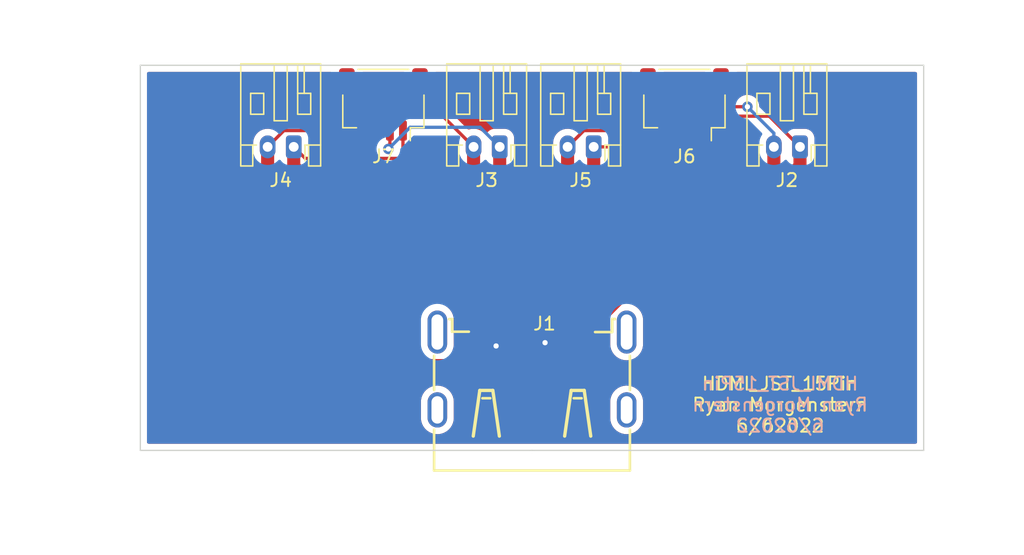
<source format=kicad_pcb>
(kicad_pcb (version 20211014) (generator pcbnew)
  (layers (0 "F.Cu" signal) (31 "B.Cu" signal) (34 "B.Paste" user) (35 "F.Paste" user) (36 "B.SilkS" user "B.Silkscreen") (37 "F.SilkS" user "F.Silkscreen") (38 "B.Mask" user) (39 "F.Mask" user) (44 "Edge.Cuts" user))
  (net 0 "")
  (net 1 "Net-(J1-Pad1)")
  (net 2 "GND")
  (net 3 "Net-(J1-Pad3)")
  (net 4 "Net-(J1-Pad4)")
  (net 5 "Net-(J1-Pad6)")
  (net 6 "Net-(J1-Pad7)")
  (net 7 "Net-(J1-Pad9)")
  (net 8 "Net-(J1-Pad10)")
  (net 9 "Net-(J1-Pad12)")
  (footprint "Connector_JST:JST_PH_S2B-PH-K_1x02_P2.00mm_Horizontal" (layer "F.Cu") (at -2.474 -16.75 180)
    (fp_text reference "J3" (at 1 -2.55) (layer "F.SilkS"))
    (fp_text value "Conn_01x02")
    (fp_line (start -1.14 -1.46) (end -2.06 -1.46) (layer "F.SilkS") (width 0.12))
    (fp_line (start -0.3 2.5) (end -1.3 2.5) (layer "F.SilkS") (width 0.12))
    (fp_line (start 4.06 6.36) (end 4.06 -1.46) (layer "F.SilkS") (width 0.12))
    (fp_line (start -0.86 0.14) (end -1.14 0.14) (layer "F.SilkS") (width 0.12))
    (fp_line (start 2.3 2.5) (end 3.3 2.5) (layer "F.SilkS") (width 0.12))
    (fp_line (start -0.86 0.14) (end -0.86 -1.075) (layer "F.SilkS") (width 0.12))
    (fp_line (start 1.5 2) (end 1.5 6.36) (layer "F.SilkS") (width 0.12))
    (fp_line (start 3.3 4.1) (end 2.3 4.1) (layer "F.SilkS") (width 0.12))
    (fp_line (start 0.5 2) (end 1.5 2) (layer "F.SilkS") (width 0.12))
    (fp_line (start -0.3 4.1) (end -0.3 2.5) (layer "F.SilkS") (width 0.12))
    (fp_line (start 2.3 4.1) (end 2.3 2.5) (layer "F.SilkS") (width 0.12))
    (fp_line (start -1.3 2.5) (end -1.3 4.1) (layer "F.SilkS") (width 0.12))
    (fp_line (start -1.14 0.14) (end -1.14 -1.46) (layer "F.SilkS") (width 0.12))
    (fp_line (start -2.06 0.14) (end -1.14 0.14) (layer "F.SilkS") (width 0.12))
    (fp_line (start 3.14 -1.46) (end 3.14 0.14) (layer "F.SilkS") (width 0.12))
    (fp_line (start 3.3 2.5) (end 3.3 4.1) (layer "F.SilkS") (width 0.12))
    (fp_line (start 3.14 0.14) (end 2.86 0.14) (layer "F.SilkS") (width 0.12))
    (fp_line (start -1.3 4.1) (end -0.3 4.1) (layer "F.SilkS") (width 0.12))
    (fp_line (start 4.06 0.14) (end 3.14 0.14) (layer "F.SilkS") (width 0.12))
    (fp_line (start -0.8 4.1) (end -0.8 6.36) (layer "F.SilkS") (width 0.12))
    (fp_line (start -2.06 6.36) (end 4.06 6.36) (layer "F.SilkS") (width 0.12))
    (fp_line (start -0.3 4.1) (end -0.3 6.36) (layer "F.SilkS") (width 0.12))
    (fp_line (start -2.06 -1.46) (end -2.06 6.36) (layer "F.SilkS") (width 0.12))
    (fp_line (start 0.5 6.36) (end 0.5 2) (layer "F.SilkS") (width 0.12))
    (fp_line (start 4.06 -1.46) (end 3.14 -1.46) (layer "F.SilkS") (width 0.12))
    (pad "1" thru_hole roundrect (at 0 0 180) (size 1.2 1.75) (drill 0.75) (layers *.Cu *.Mask) (roundrect_rratio 0.2083333333) (net 6 "Net-(J1-Pad7)"))
    (pad "2" thru_hole oval (at 2 0 180) (size 1.2 1.75) (drill 0.75) (layers *.Cu *.Mask) (net 7 "Net-(J1-Pad9)"))
  )
  (footprint "Connector_JST:JST_PH_S2B-PH-K_1x02_P2.00mm_Horizontal" (layer "F.Cu") (at 4.726 -16.75 180)
    (fp_text reference "J5" (at 1 -2.55) (layer "F.SilkS"))
    (fp_text value "Conn_01x02")
    (fp_line (start 4.06 6.36) (end 4.06 -1.46) (layer "F.SilkS") (width 0.12))
    (fp_line (start 3.3 2.5) (end 3.3 4.1) (layer "F.SilkS") (width 0.12))
    (fp_line (start -1.14 0.14) (end -1.14 -1.46) (layer "F.SilkS") (width 0.12))
    (fp_line (start 0.5 6.36) (end 0.5 2) (layer "F.SilkS") (width 0.12))
    (fp_line (start -2.06 6.36) (end 4.06 6.36) (layer "F.SilkS") (width 0.12))
    (fp_line (start 2.3 2.5) (end 3.3 2.5) (layer "F.SilkS") (width 0.12))
    (fp_line (start -1.3 2.5) (end -1.3 4.1) (layer "F.SilkS") (width 0.12))
    (fp_line (start 4.06 0.14) (end 3.14 0.14) (layer "F.SilkS") (width 0.12))
    (fp_line (start 3.3 4.1) (end 2.3 4.1) (layer "F.SilkS") (width 0.12))
    (fp_line (start -0.3 2.5) (end -1.3 2.5) (layer "F.SilkS") (width 0.12))
    (fp_line (start -0.86 0.14) (end -0.86 -1.075) (layer "F.SilkS") (width 0.12))
    (fp_line (start -0.8 4.1) (end -0.8 6.36) (layer "F.SilkS") (width 0.12))
    (fp_line (start -0.3 4.1) (end -0.3 6.36) (layer "F.SilkS") (width 0.12))
    (fp_line (start -0.86 0.14) (end -1.14 0.14) (layer "F.SilkS") (width 0.12))
    (fp_line (start 0.5 2) (end 1.5 2) (layer "F.SilkS") (width 0.12))
    (fp_line (start -1.3 4.1) (end -0.3 4.1) (layer "F.SilkS") (width 0.12))
    (fp_line (start -2.06 -1.46) (end -2.06 6.36) (layer "F.SilkS") (width 0.12))
    (fp_line (start 3.14 0.14) (end 2.86 0.14) (layer "F.SilkS") (width 0.12))
    (fp_line (start 3.14 -1.46) (end 3.14 0.14) (layer "F.SilkS") (width 0.12))
    (fp_line (start -0.3 4.1) (end -0.3 2.5) (layer "F.SilkS") (width 0.12))
    (fp_line (start -2.06 0.14) (end -1.14 0.14) (layer "F.SilkS") (width 0.12))
    (fp_line (start 4.06 -1.46) (end 3.14 -1.46) (layer "F.SilkS") (width 0.12))
    (fp_line (start 2.3 4.1) (end 2.3 2.5) (layer "F.SilkS") (width 0.12))
    (fp_line (start -1.14 -1.46) (end -2.06 -1.46) (layer "F.SilkS") (width 0.12))
    (fp_line (start 1.5 2) (end 1.5 6.36) (layer "F.SilkS") (width 0.12))
    (pad "1" thru_hole roundrect (at 0 0 180) (size 1.2 1.75) (drill 0.75) (layers *.Cu *.Mask) (roundrect_rratio 0.2083333333) (net 4 "Net-(J1-Pad4)"))
    (pad "2" thru_hole oval (at 2 0 180) (size 1.2 1.75) (drill 0.75) (layers *.Cu *.Mask) (net 5 "Net-(J1-Pad6)"))
  )
  (footprint "Connector_JST:JST_SH_SM04B-SRSS-TB_1x04-1MP_P1.00mm_Horizontal" (layer "F.Cu") (at 11.676 -20 180)
    (fp_text reference "J6" (at 0 -3.98) (layer "F.SilkS"))
    (fp_text value "Conn_01x04")
    (fp_line (start -2.06 -1.785) (end -2.06 -2.775) (layer "F.SilkS") (width 0.12))
    (fp_line (start -3.11 0.715) (end -3.11 -1.785) (layer "F.SilkS") (width 0.12))
    (fp_line (start -3.11 -1.785) (end -2.06 -1.785) (layer "F.SilkS") (width 0.12))
    (fp_line (start -1.94 2.685) (end 1.94 2.685) (layer "F.SilkS") (width 0.12))
    (fp_line (start 3.11 -1.785) (end 2.06 -1.785) (layer "F.SilkS") (width 0.12))
    (fp_line (start 3.11 0.715) (end 3.11 -1.785) (layer "F.SilkS") (width 0.12))
    (pad "1" smd roundrect (at -1.5 -2 180) (size 0.6 1.55) (layers "F.Cu" "F.Paste" "F.Mask") (net 4 "Net-(J1-Pad4)"))
    (pad "2" smd roundrect (at -0.5 -2 180) (size 0.6 1.55) (layers "F.Cu" "F.Paste" "F.Mask") (net 1 "Net-(J1-Pad1)"))
    (pad "3" smd roundrect (at 0.5 -2 180) (size 0.6 1.55) (layers "F.Cu" "F.Paste" "F.Mask") (net 3 "Net-(J1-Pad3)"))
    (pad "4" smd roundrect (at 1.5 -2 180) (size 0.6 1.55) (layers "F.Cu" "F.Paste" "F.Mask") (net 5 "Net-(J1-Pad6)"))
    (pad "MP" smd roundrect (at -2.8 1.875 180) (size 1.2 1.8) (layers "F.Cu" "F.Paste" "F.Mask") (roundrect_rratio 0.2083333333))
    (pad "MP" smd roundrect (at 2.8 1.875 180) (size 1.2 1.8) (layers "F.Cu" "F.Paste" "F.Mask") (roundrect_rratio 0.2083333333))
  )
  (footprint "Connector_JST:JST_PH_S2B-PH-K_1x02_P2.00mm_Horizontal" (layer "F.Cu") (at -18.25 -16.75 180)
    (fp_text reference "J4" (at 1 -2.55) (layer "F.SilkS"))
    (fp_text value "Conn_01x02")
    (fp_line (start -2.06 0.14) (end -1.14 0.14) (layer "F.SilkS") (width 0.12))
    (fp_line (start -0.86 0.14) (end -1.14 0.14) (layer "F.SilkS") (width 0.12))
    (fp_line (start 0.5 2) (end 1.5 2) (layer "F.SilkS") (width 0.12))
    (fp_line (start 2.3 2.5) (end 3.3 2.5) (layer "F.SilkS") (width 0.12))
    (fp_line (start -1.14 -1.46) (end -2.06 -1.46) (layer "F.SilkS") (width 0.12))
    (fp_line (start 4.06 6.36) (end 4.06 -1.46) (layer "F.SilkS") (width 0.12))
    (fp_line (start 4.06 -1.46) (end 3.14 -1.46) (layer "F.SilkS") (width 0.12))
    (fp_line (start 3.3 4.1) (end 2.3 4.1) (layer "F.SilkS") (width 0.12))
    (fp_line (start -1.3 4.1) (end -0.3 4.1) (layer "F.SilkS") (width 0.12))
    (fp_line (start 0.5 6.36) (end 0.5 2) (layer "F.SilkS") (width 0.12))
    (fp_line (start -0.3 4.1) (end -0.3 6.36) (layer "F.SilkS") (width 0.12))
    (fp_line (start 3.3 2.5) (end 3.3 4.1) (layer "F.SilkS") (width 0.12))
    (fp_line (start -0.3 4.1) (end -0.3 2.5) (layer "F.SilkS") (width 0.12))
    (fp_line (start 3.14 -1.46) (end 3.14 0.14) (layer "F.SilkS") (width 0.12))
    (fp_line (start 2.3 4.1) (end 2.3 2.5) (layer "F.SilkS") (width 0.12))
    (fp_line (start -1.14 0.14) (end -1.14 -1.46) (layer "F.SilkS") (width 0.12))
    (fp_line (start -0.3 2.5) (end -1.3 2.5) (layer "F.SilkS") (width 0.12))
    (fp_line (start -2.06 6.36) (end 4.06 6.36) (layer "F.SilkS") (width 0.12))
    (fp_line (start -0.8 4.1) (end -0.8 6.36) (layer "F.SilkS") (width 0.12))
    (fp_line (start 4.06 0.14) (end 3.14 0.14) (layer "F.SilkS") (width 0.12))
    (fp_line (start -0.86 0.14) (end -0.86 -1.075) (layer "F.SilkS") (width 0.12))
    (fp_line (start -1.3 2.5) (end -1.3 4.1) (layer "F.SilkS") (width 0.12))
    (fp_line (start -2.06 -1.46) (end -2.06 6.36) (layer "F.SilkS") (width 0.12))
    (fp_line (start 3.14 0.14) (end 2.86 0.14) (layer "F.SilkS") (width 0.12))
    (fp_line (start 1.5 2) (end 1.5 6.36) (layer "F.SilkS") (width 0.12))
    (pad "1" thru_hole roundrect (at 0 0 180) (size 1.2 1.75) (drill 0.75) (layers *.Cu *.Mask) (roundrect_rratio 0.2083333333) (net 8 "Net-(J1-Pad10)"))
    (pad "2" thru_hole oval (at 2 0 180) (size 1.2 1.75) (drill 0.75) (layers *.Cu *.Mask) (net 9 "Net-(J1-Pad12)"))
  )
  (footprint "Connector_JST:JST_SH_SM04B-SRSS-TB_1x04-1MP_P1.00mm_Horizontal" (layer "F.Cu") (at -11.384 -20 180)
    (fp_text reference "J7" (at 0 -3.98) (layer "F.SilkS"))
    (fp_text value "Conn_01x04")
    (fp_line (start 3.11 -1.785) (end 2.06 -1.785) (layer "F.SilkS") (width 0.12))
    (fp_line (start -2.06 -1.785) (end -2.06 -2.775) (layer "F.SilkS") (width 0.12))
    (fp_line (start -3.11 -1.785) (end -2.06 -1.785) (layer "F.SilkS") (width 0.12))
    (fp_line (start -1.94 2.685) (end 1.94 2.685) (layer "F.SilkS") (width 0.12))
    (fp_line (start -3.11 0.715) (end -3.11 -1.785) (layer "F.SilkS") (width 0.12))
    (fp_line (start 3.11 0.715) (end 3.11 -1.785) (layer "F.SilkS") (width 0.12))
    (pad "1" smd roundrect (at -1.5 -2 180) (size 0.6 1.55) (layers "F.Cu" "F.Paste" "F.Mask") (net 8 "Net-(J1-Pad10)"))
    (pad "2" smd roundrect (at -0.5 -2 180) (size 0.6 1.55) (layers "F.Cu" "F.Paste" "F.Mask") (net 6 "Net-(J1-Pad7)"))
    (pad "3" smd roundrect (at 0.5 -2 180) (size 0.6 1.55) (layers "F.Cu" "F.Paste" "F.Mask") (net 7 "Net-(J1-Pad9)"))
    (pad "4" smd roundrect (at 1.5 -2 180) (size 0.6 1.55) (layers "F.Cu" "F.Paste" "F.Mask") (net 9 "Net-(J1-Pad12)"))
    (pad "MP" smd roundrect (at -2.8 1.875 180) (size 1.2 1.8) (layers "F.Cu" "F.Paste" "F.Mask") (roundrect_rratio 0.2083333333))
    (pad "MP" smd roundrect (at 2.8 1.875 180) (size 1.2 1.8) (layers "F.Cu" "F.Paste" "F.Mask") (roundrect_rratio 0.2083333333))
  )
  (footprint "Connector_JST:JST_PH_S2B-PH-K_1x02_P2.00mm_Horizontal" (layer "F.Cu") (at 20.526 -16.75 180)
    (fp_text reference "J2" (at 1 -2.55) (layer "F.SilkS"))
    (fp_text value "Conn_01x02")
    (fp_line (start 2.3 4.1) (end 2.3 2.5) (layer "F.SilkS") (width 0.12))
    (fp_line (start -0.86 0.14) (end -1.14 0.14) (layer "F.SilkS") (width 0.12))
    (fp_line (start 3.3 4.1) (end 2.3 4.1) (layer "F.SilkS") (width 0.12))
    (fp_line (start 0.5 2) (end 1.5 2) (layer "F.SilkS") (width 0.12))
    (fp_line (start -0.3 4.1) (end -0.3 6.36) (layer "F.SilkS") (width 0.12))
    (fp_line (start 3.3 2.5) (end 3.3 4.1) (layer "F.SilkS") (width 0.12))
    (fp_line (start 2.3 2.5) (end 3.3 2.5) (layer "F.SilkS") (width 0.12))
    (fp_line (start 4.06 6.36) (end 4.06 -1.46) (layer "F.SilkS") (width 0.12))
    (fp_line (start 4.06 -1.46) (end 3.14 -1.46) (layer "F.SilkS") (width 0.12))
    (fp_line (start -0.3 2.5) (end -1.3 2.5) (layer "F.SilkS") (width 0.12))
    (fp_line (start -1.14 -1.46) (end -2.06 -1.46) (layer "F.SilkS") (width 0.12))
    (fp_line (start -0.86 0.14) (end -0.86 -1.075) (layer "F.SilkS") (width 0.12))
    (fp_line (start -1.14 0.14) (end -1.14 -1.46) (layer "F.SilkS") (width 0.12))
    (fp_line (start 1.5 2) (end 1.5 6.36) (layer "F.SilkS") (width 0.12))
    (fp_line (start -2.06 0.14) (end -1.14 0.14) (layer "F.SilkS") (width 0.12))
    (fp_line (start 4.06 0.14) (end 3.14 0.14) (layer "F.SilkS") (width 0.12))
    (fp_line (start -0.3 4.1) (end -0.3 2.5) (layer "F.SilkS") (width 0.12))
    (fp_line (start -0.8 4.1) (end -0.8 6.36) (layer "F.SilkS") (width 0.12))
    (fp_line (start -2.06 -1.46) (end -2.06 6.36) (layer "F.SilkS") (width 0.12))
    (fp_line (start -1.3 2.5) (end -1.3 4.1) (layer "F.SilkS") (width 0.12))
    (fp_line (start -1.3 4.1) (end -0.3 4.1) (layer "F.SilkS") (width 0.12))
    (fp_line (start -2.06 6.36) (end 4.06 6.36) (layer "F.SilkS") (width 0.12))
    (fp_line (start 3.14 -1.46) (end 3.14 0.14) (layer "F.SilkS") (width 0.12))
    (fp_line (start 3.14 0.14) (end 2.86 0.14) (layer "F.SilkS") (width 0.12))
    (fp_line (start 0.5 6.36) (end 0.5 2) (layer "F.SilkS") (width 0.12))
    (pad "1" thru_hole roundrect (at 0 0 180) (size 1.2 1.75) (drill 0.75) (layers *.Cu *.Mask) (roundrect_rratio 0.2083333333) (net 1 "Net-(J1-Pad1)"))
    (pad "2" thru_hole oval (at 2 0 180) (size 1.2 1.75) (drill 0.75) (layers *.Cu *.Mask) (net 3 "Net-(J1-Pad3)"))
  )
  (footprint "0_15Pin_FootprintsLib:HDMI-SMD_HDMI-019S" (layer "F.Cu") (at 0 0)
    (fp_text reference "J1" (at 0 -3.207) (layer "F.SilkS") (effects (justify left)))
    (fp_text value "HDMI_A")
    (fp_line (start -3 1.904) (end -4 1.904) (layer "F.SilkS") (width 0.254))
    (fp_line (start -7.5 1.875) (end -7.5 -0.743) (layer "F.SilkS") (width 0.2))
    (fp_line (start 6.08 -2.575) (end 6.145 -2.575) (layer "F.SilkS") (width 0.2))
    (fp_line (start 7.5 8.036) (end 7.5 4.917) (layer "F.SilkS") (width 0.2))
    (fp_line (start 6.08 -2.565) (end 6.08 -2.575) (layer "F.SilkS") (width 0.2))
    (fp_line (start 4.83 -2.565) (end 6.08 -2.565) (layer "F.SilkS") (width 0.2))
    (fp_line (start -7.5 8.036) (end -7.5 4.917) (layer "F.SilkS") (width 0.2))
    (fp_line (start 3.2 2.504) (end 3.8 2.504) (layer "F.SilkS") (width 0.2))
    (fp_line (start 4 1.904) (end 4.5 5.404) (layer "F.SilkS") (width 0.254))
    (fp_line (start 6.145 -3.563) (end 6.352 -3.563) (layer "F.SilkS") (width 0.2))
    (fp_line (start -3.2 2.504) (end -3.8 2.504) (layer "F.SilkS") (width 0.2))
    (fp_line (start -6.12 -2.592) (end -4.837 -2.592) (layer "F.SilkS") (width 0.2))
    (fp_line (start 3 1.904) (end 4 1.904) (layer "F.SilkS") (width 0.254))
    (fp_line (start 7.5 1.876) (end 7.5 -0.743) (layer "F.SilkS") (width 0.2))
    (fp_line (start 2.5 5.404) (end 3 1.904) (layer "F.SilkS") (width 0.254))
    (fp_line (start -6.12 -3.545) (end -6.12 -2.592) (layer "F.SilkS") (width 0.2))
    (fp_line (start -7.5 8.036) (end 7.5 8.036) (layer "F.SilkS") (width 0.2))
    (fp_line (start 6.352 -3.563) (end 6.352 -3.556) (layer "F.SilkS") (width 0.2))
    (fp_line (start 6.145 -2.575) (end 6.145 -3.563) (layer "F.SilkS") (width 0.2))
    (fp_line (start -6.107 -3.557) (end -6.107 -3.545) (layer "F.SilkS") (width 0.2))
    (fp_line (start -4 1.904) (end -4.5 5.404) (layer "F.SilkS") (width 0.254))
    (fp_line (start -6.107 -3.545) (end -6.12 -3.545) (layer "F.SilkS") (width 0.2))
    (fp_line (start -2.5 5.404) (end -3 1.904) (layer "F.SilkS") (width 0.254))
    (fp_line (start -6.35 -3.557) (end -6.107 -3.557) (layer "F.SilkS") (width 0.2))
    (pad "1" smd oval (at 4.501 -3.396) (size 0.25 2.4) (layers "F.Cu" "F.Paste" "F.Mask") (net 1 "Net-(J1-Pad1)"))
    (pad "2" smd oval (at 4.001 -3.396) (size 0.25 2.4) (layers "F.Cu" "F.Paste" "F.Mask") (net 2 "GND"))
    (pad "3" smd oval (at 3.501 -3.396) (size 0.25 2.4) (layers "F.Cu" "F.Paste" "F.Mask") (net 3 "Net-(J1-Pad3)"))
    (pad "4" smd oval (at 3.001 -3.396) (size 0.25 2.4) (layers "F.Cu" "F.Paste" "F.Mask") (net 4 "Net-(J1-Pad4)"))
    (pad "5" smd oval (at 2.5 -3.396) (size 0.25 2.4) (layers "F.Cu" "F.Paste" "F.Mask") (net 2 "GND"))
    (pad "6" smd oval (at 2 -3.396) (size 0.25 2.4) (layers "F.Cu" "F.Paste" "F.Mask") (net 5 "Net-(J1-Pad6)"))
    (pad "7" smd oval (at 1.5 -3.396) (size 0.25 2.4) (layers "F.Cu" "F.Paste" "F.Mask") (net 6 "Net-(J1-Pad7)"))
    (pad "8" smd oval (at 1 -3.396) (size 0.25 2.4) (layers "F.Cu" "F.Paste" "F.Mask") (net 2 "GND"))
    (pad "9" smd oval (at 0.5 -3.396) (size 0.25 2.4) (layers "F.Cu" "F.Paste" "F.Mask") (net 7 "Net-(J1-Pad9)"))
    (pad "10" smd oval (at 0 -3.396) (size 0.25 2.4) (layers "F.Cu" "F.Paste" "F.Mask") (net 8 "Net-(J1-Pad10)"))
    (pad "11" smd oval (at -0.5 -3.396) (size 0.25 2.4) (layers "F.Cu" "F.Paste" "F.Mask") (net 2 "GND"))
    (pad "12" smd oval (at -1 -3.396) (size 0.25 2.4) (layers "F.Cu" "F.Paste" "F.Mask") (net 9 "Net-(J1-Pad12)"))
    (pad "13" smd oval (at -1.5 -3.396) (size 0.25 2.4) (layers "F.Cu" "F.Paste" "F.Mask"))
    (pad "14" smd oval (at -2 -3.396) (size 0.25 2.4) (layers "F.Cu" "F.Paste" "F.Mask"))
    (pad "15" smd oval (at -2.5 -3.396) (size 0.25 2.4) (layers "F.Cu" "F.Paste" "F.Mask"))
    (pad "16" smd oval (at -3.001 -3.396) (size 0.25 2.4) (layers "F.Cu" "F.Paste" "F.Mask"))
    (pad "17" smd oval (at -3.501 -3.396) (size 0.25 2.4) (layers "F.Cu" "F.Paste" "F.Mask") (net 2 "GND"))
    (pad "18" smd oval (at -4.001 -3.396) (size 0.25 2.4) (layers "F.Cu" "F.Paste" "F.Mask"))
    (pad "19" smd oval (at -4.501 -3.396) (size 0.25 2.4) (layers "F.Cu" "F.Paste" "F.Mask"))
    (pad "20" thru_hole oval (at 7.25 3.396) (size 1.5 2.7) (drill oval 0.9 2.1) (layers *.Cu *.Mask))
    (pad "21" thru_hole oval (at -7.25 3.396) (size 1.5 2.7) (drill oval 0.9 2.1) (layers *.Cu *.Mask))
    (pad "22" thru_hole oval (at 7.25 -2.564) (size 1.5 3.3) (drill oval 0.9 2.7) (layers *.Cu *.Mask))
    (pad "23" thru_hole oval (at -7.25 -2.564) (size 1.5 3.3) (drill oval 0.9 2.7) (layers *.Cu *.Mask))
  )
  (gr_line (start -30 -23) (end 30 -23) (layer "Edge.Cuts") (width 0.1))
  (gr_line (start 30 6.5) (end 30 -23) (layer "Edge.Cuts") (width 0.1))
  (gr_line (start 0 6.5) (end -30 6.5) (layer "Edge.Cuts") (width 0.1))
  (gr_line (start 0 6.5) (end 30 6.5) (layer "Edge.Cuts") (width 0.1))
  (gr_line (start -30 -23) (end -30 6.5) (layer "Edge.Cuts") (width 0.1))
  (gr_text "HDMI_JST_15Pin\nRyan Morgenstern\n6/62022" (at 19 3) (layer "B.SilkS") (effects (font (size 1 1)) (justify mirror)))
  (gr_text "HDMI_JST_15Pin\nRyan Morgenstern\n6/62022" (at 19 3) (layer "F.SilkS") (effects (font (size 1 1))))
  (segment (start 12.176 -18.446072) (end 12.829448 -19.09952) (width 0.25) (layer "F.Cu") (net 1))
  (segment (start 20.526 -15.276) (end 17.5 -12.25) (width 1) (layer "F.Cu") (net 1))
  (segment (start 12.176 -18) (end 12.176 -18.446072) (width 0.25) (layer "F.Cu") (net 1))
  (segment (start 20.526 -16.75) (end 20.526 -15.276) (width 1) (layer "F.Cu") (net 1))
  (segment (start 13.75 -12.25) (end 4.896 -3.396) (width 1) (layer "F.Cu") (net 1))
  (segment (start 18.17648 -19.09952) (end 20.526 -16.75) (width 0.25) (layer "F.Cu") (net 1))
  (segment (start 4.896 -3.396) (end 4.82552 -3.396) (width 1) (layer "F.Cu") (net 1))
  (segment (start 17.5 -12.25) (end 13.75 -12.25) (width 1) (layer "F.Cu") (net 1))
  (segment (start 12.829448 -19.09952) (end 18.17648 -19.09952) (width 0.25) (layer "F.Cu") (net 1))
  (segment (start 4.001 -3.396) (end 4.001 -1.751) (width 0.25) (layer "F.Cu") (net 2))
  (segment (start -0.5 -3.396) (end -0.5 -2.166048) (width 0.25) (layer "F.Cu") (net 2))
  (segment (start 4.001 -1.751) (end 3.249 -1.751) (width 0.25) (layer "F.Cu") (net 2))
  (segment (start -0.5 -2.166048) (end -0.084952 -1.751) (width 0.25) (layer "F.Cu") (net 2))
  (segment (start -0.084952 -1.751) (end 0.999 -1.751) (width 0.25) (layer "F.Cu") (net 2))
  (segment (start -3.501 -1.946) (end -3.055 -1.5) (width 0.25) (layer "F.Cu") (net 2))
  (segment (start 2.833323 -1.751) (end 2.5 -2.084323) (width 0.25) (layer "F.Cu") (net 2))
  (segment (start 0.999 -1.751) (end 1.499 -1.751) (width 0.25) (layer "F.Cu") (net 2))
  (segment (start -3.501 -3.396) (end -3.501 -1.946) (width 0.25) (layer "F.Cu") (net 2))
  (segment (start 1.499 -1.751) (end 3.249 -1.751) (width 0.25) (layer "F.Cu") (net 2))
  (segment (start 1.195 -1.751) (end 1.499 -1.751) (width 0.25) (layer "F.Cu") (net 2))
  (segment (start 1 -1.946) (end 1.195 -1.751) (width 0.25) (layer "F.Cu") (net 2))
  (segment (start 3.249 -1.751) (end 2.833323 -1.751) (width 0.25) (layer "F.Cu") (net 2))
  (segment (start 1 -3.396) (end 1 -1.946) (width 0.25) (layer "F.Cu") (net 2))
  (segment (start -3.055 -1.5) (end -2.75 -1.5) (width 0.25) (layer "F.Cu") (net 2))
  (segment (start 2.5 -2.084323) (end 2.5 -3.396) (width 0.25) (layer "F.Cu") (net 2))
  (via (at -2.75 -1.5) (size 0.8) (drill 0.4) (layers "F.Cu" "B.Cu") (net 2))
  (via (at 0.999 -1.751) (size 0.8) (drill 0.4) (layers "F.Cu" "B.Cu") (net 2))
  (segment (start 0.248 -1) (end 0.999 -1.751) (width 0.25) (layer "B.Cu") (net 2))
  (segment (start -2.75 -1.5) (end -2.25 -1) (width 0.25) (layer "B.Cu") (net 2))
  (segment (start -2.25 -1) (end 0.248 -1) (width 0.25) (layer "B.Cu") (net 2))
  (segment (start 16.69952 -13.44952) (end 13.253143 -13.44952) (width 1) (layer "F.Cu") (net 3))
  (segment (start 18.526 -15.276) (end 16.69952 -13.44952) (width 1) (layer "F.Cu") (net 3))
  (segment (start 3.501 -5.751) (end 3.82552 -6.07552) (width 0.25) (layer "F.Cu") (net 3))
  (segment (start 11.176 -18) (end 11.176 -18.446072) (width 0.25) (layer "F.Cu") (net 3))
  (segment (start 3.501 -3.396) (end 3.501 -5.751) (width 0.25) (layer "F.Cu") (net 3))
  (segment (start 12.553948 -19.82402) (end 16.5 -19.82402) (width 0.25) (layer "F.Cu") (net 3))
  (segment (start 11.19952 -13.44952) (end 3.82552 -6.07552) (width 1) (layer "F.Cu") (net 3))
  (segment (start 18.526 -16.75) (end 18.526 -15.276) (width 1) (layer "F.Cu") (net 3))
  (segment (start 13.253143 -13.44952) (end 11.19952 -13.44952) (width 1) (layer "F.Cu") (net 3))
  (segment (start 11.176 -18.446072) (end 12.553948 -19.82402) (width 0.25) (layer "F.Cu") (net 3))
  (via (at 16.5 -19.82402) (size 0.8) (drill 0.4) (layers "F.Cu" "B.Cu") (net 3))
  (segment (start 16.5 -19.82402) (end 18.526 -17.79802) (width 0.25) (layer "B.Cu") (net 3))
  (segment (start 18.526 -17.79802) (end 18.526 -16.75) (width 0.25) (layer "B.Cu") (net 3))
  (segment (start 4.726 -16.75) (end 4.726 -8.672378) (width 1) (layer "F.Cu") (net 4))
  (segment (start 3.001 -6.947378) (end 3.276811 -7.223189) (width 0.25) (layer "F.Cu") (net 4))
  (segment (start 3.001 -3.396) (end 3.001 -6.947378) (width 0.25) (layer "F.Cu") (net 4))
  (segment (start 13.176 -16.824) (end 13.102 -16.75) (width 0.25) (layer "F.Cu") (net 4))
  (segment (start 13.102 -16.75) (end 4.726 -16.75) (width 0.25) (layer "F.Cu") (net 4))
  (segment (start 13.176 -18) (end 13.176 -16.824) (width 0.25) (layer "F.Cu") (net 4))
  (segment (start 4.726 -8.672378) (end 3.276811 -7.223189) (width 1) (layer "F.Cu") (net 4))
  (segment (start 2.726 -16.75) (end 2.726 -8.976) (width 1) (layer "F.Cu") (net 5))
  (segment (start 2 -8.25) (end 2.726 -8.976) (width 0.25) (layer "F.Cu") (net 5))
  (segment (start 2.726 -8.976) (end 2.077291 -8.327291) (width 1) (layer "F.Cu") (net 5))
  (segment (start 2 -3.396) (end 2 -8.25) (width 0.25) (layer "F.Cu") (net 5))
  (segment (start 10.176 -18) (end 3.976 -18) (width 0.25) (layer "F.Cu") (net 5))
  (segment (start 3.976 -18) (end 2.726 -16.75) (width 0.25) (layer "F.Cu") (net 5))
  (segment (start -2.474 -16.75) (end -2.474 -14.224) (width 1) (layer "F.Cu") (net 6))
  (segment (start 0.877771 -10.872229) (end 0.877771 -8.5) (width 1) (layer "F.Cu") (net 6))
  (segment (start 0.877771 -7.969671) (end 0.877771 -8.5) (width 0.25) (layer "F.Cu") (net 6))
  (segment (start -10.884 -18) (end -10.884 -16.7065) (width 0.25) (layer "F.Cu") (net 6))
  (segment (start 1.5 -3.396) (end 1.5 -7.347442) (width 0.25) (layer "F.Cu") (net 6))
  (segment (start 1.5 -7.347442) (end 0.877771 -7.969671) (width 0.25) (layer "F.Cu") (net 6))
  (segment (start -10.884 -16.7065) (end -11 -16.5905) (width 0.25) (layer "F.Cu") (net 6))
  (segment (start -2.474 -14.224) (end 0.877771 -10.872229) (width 1) (layer "F.Cu") (net 6))
  (via (at -11 -16.5905) (size 0.8) (drill 0.4) (layers "F.Cu" "B.Cu") (net 6))
  (segment (start -9.3405 -18.25) (end -3.974 -18.25) (width 0.25) (layer "B.Cu") (net 6))
  (segment (start -11 -16.5905) (end -9.3405 -18.25) (width 0.25) (layer "B.Cu") (net 6))
  (segment (start -3.974 -18.25) (end -2.474 -16.75) (width 0.25) (layer "B.Cu") (net 6))
  (segment (start -0.321749 -8.003143) (end 0.090697 -7.590697) (width 1) (layer "F.Cu") (net 7))
  (segment (start -0.321749 -10.375372) (end -0.321749 -8.003143) (width 1) (layer "F.Cu") (net 7))
  (segment (start -7.09 -19.366) (end -4.474 -16.75) (width 0.25) (layer "F.Cu") (net 7))
  (segment (start -4.474 -14.527623) (end -0.321749 -10.375372) (width 1) (layer "F.Cu") (net 7))
  (segment (start 0.5 -7.181394) (end 0.090697 -7.590697) (width 0.3) (layer "F.Cu") (net 7))
  (segment (start 0.5 -3.396) (end 0.5 -7.181394) (width 0.35) (layer "F.Cu") (net 7))
  (segment (start -11.884 -18) (end -11.884 -19.366) (width 0.25) (layer "F.Cu") (net 7))
  (segment (start -11.884 -19.366) (end -7.09 -19.366) (width 0.25) (layer "F.Cu") (net 7))
  (segment (start -4.474 -16.75) (end -4.474 -14.527623) (width 1) (layer "F.Cu") (net 7))
  (segment (start -9.884 -18) (end -9.884 -15.866) (width 0.25) (layer "F.Cu") (net 8))
  (segment (start -17.366 -15.866) (end -18.25 -16.75) (width 0.25) (layer "F.Cu") (net 8))
  (segment (start -18.25 -16.75) (end -18.25 -15.25) (width 1) (layer "F.Cu") (net 8))
  (segment (start -18.25 -15.25) (end -8.75 -5.75) (width 1) (layer "F.Cu") (net 8))
  (segment (start 0 -5.25) (end -0.5 -5.75) (width 0.25) (layer "F.Cu") (net 8))
  (segment (start -8.75 -5.75) (end -0.5 -5.75) (width 1) (layer "F.Cu") (net 8))
  (segment (start 0 -3.396) (end 0 -5.25) (width 0.25) (layer "F.Cu") (net 8))
  (segment (start -9.884 -15.866) (end -17.366 -15.866) (width 0.25) (layer "F.Cu") (net 8))
  (segment (start -1 -3.396) (end -1 -1.5) (width 0.25) (layer "F.Cu") (net 9))
  (segment (start -20.25 -16.75) (end -20.25 -8.25) (width 1) (layer "F.Cu") (net 9))
  (segment (start -19 -18) (end -20.25 -16.75) (width 0.25) (layer "F.Cu") (net 9))
  (segment (start -12 0) (end -2.5 0) (width 1) (layer "F.Cu") (net 9))
  (segment (start -2.5 0) (end -1 -1.5) (width 1) (layer "F.Cu") (net 9))
  (segment (start -12.884 -18) (end -19 -18) (width 0.25) (layer "F.Cu") (net 9))
  (segment (start -20.25 -8.25) (end -12 0) (width 1) (layer "F.Cu") (net 9))
  (zone (net 2) (net_name "GND") (layer "F.Cu") (connect_pads (clearance 0.508)) (min_thickness 0.254) (fill yes (thermal_gap 0.508) (thermal_bridge_width 0.508))
    (polygon (pts (xy 37.689557 -27.808431) (xy 34 14.5) (xy -39 13.5) (xy -33 -28)))
  )
  (zone (net 2) (net_name "GND") (layer "B.Cu") (connect_pads (clearance 0.508)) (min_thickness 0.254) (fill yes (thermal_gap 0.508) (thermal_bridge_width 0.508))
    (polygon (pts (xy 37.5 -27) (xy 34 13.5) (xy -40.75 13.25) (xy -36 -28)))
  )
)
</source>
